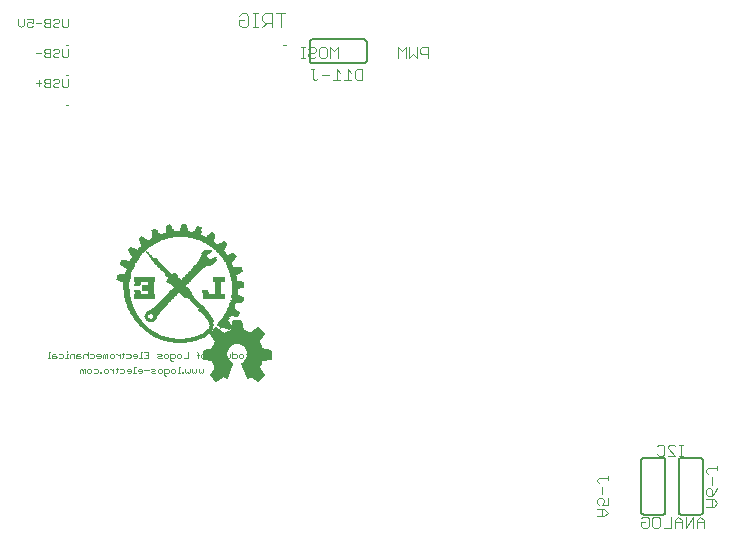
<source format=gbo>
G75*
G70*
%OFA0B0*%
%FSLAX24Y24*%
%IPPOS*%
%LPD*%
%AMOC8*
5,1,8,0,0,1.08239X$1,22.5*
%
%ADD10C,0.0020*%
%ADD11C,0.0030*%
%ADD12C,0.0060*%
%ADD13C,0.0040*%
%ADD14R,0.0483X0.0017*%
%ADD15R,0.0700X0.0017*%
%ADD16R,0.0867X0.0017*%
%ADD17R,0.1000X0.0017*%
%ADD18R,0.1117X0.0017*%
%ADD19R,0.1217X0.0017*%
%ADD20R,0.1300X0.0017*%
%ADD21R,0.0517X0.0017*%
%ADD22R,0.0550X0.0017*%
%ADD23R,0.0450X0.0017*%
%ADD24R,0.0400X0.0017*%
%ADD25R,0.0417X0.0017*%
%ADD26R,0.0367X0.0017*%
%ADD27R,0.0383X0.0017*%
%ADD28R,0.0333X0.0017*%
%ADD29R,0.0350X0.0017*%
%ADD30R,0.0317X0.0017*%
%ADD31R,0.0283X0.0017*%
%ADD32R,0.0300X0.0017*%
%ADD33R,0.0283X0.0017*%
%ADD34R,0.0283X0.0017*%
%ADD35R,0.0250X0.0017*%
%ADD36R,0.0233X0.0017*%
%ADD37R,0.0267X0.0017*%
%ADD38R,0.0217X0.0017*%
%ADD39R,0.0267X0.0017*%
%ADD40R,0.0200X0.0017*%
%ADD41R,0.0250X0.0017*%
%ADD42R,0.0183X0.0017*%
%ADD43R,0.0233X0.0017*%
%ADD44R,0.0183X0.0017*%
%ADD45R,0.0183X0.0017*%
%ADD46R,0.0167X0.0017*%
%ADD47R,0.0167X0.0017*%
%ADD48R,0.0217X0.0017*%
%ADD49R,0.0067X0.0017*%
%ADD50R,0.0150X0.0017*%
%ADD51R,0.0200X0.0017*%
%ADD52R,0.0133X0.0017*%
%ADD53R,0.0217X0.0017*%
%ADD54R,0.0017X0.0017*%
%ADD55R,0.0133X0.0017*%
%ADD56R,0.0217X0.0017*%
%ADD57R,0.0050X0.0017*%
%ADD58R,0.0300X0.0017*%
%ADD59R,0.0083X0.0017*%
%ADD60R,0.0133X0.0017*%
%ADD61R,0.0433X0.0017*%
%ADD62R,0.0133X0.0017*%
%ADD63R,0.0117X0.0017*%
%ADD64R,0.0467X0.0017*%
%ADD65R,0.0117X0.0017*%
%ADD66R,0.0483X0.0017*%
%ADD67R,0.0467X0.0017*%
%ADD68R,0.0383X0.0017*%
%ADD69R,0.0350X0.0017*%
%ADD70R,0.0150X0.0017*%
%ADD71R,0.0317X0.0017*%
%ADD72R,0.0283X0.0017*%
%ADD73R,0.0167X0.0017*%
%ADD74R,0.0267X0.0017*%
%ADD75R,0.0167X0.0017*%
%ADD76R,0.0100X0.0017*%
%ADD77R,0.0100X0.0017*%
%ADD78R,0.0233X0.0017*%
%ADD79R,0.0117X0.0017*%
%ADD80R,0.0500X0.0017*%
%ADD81R,0.0083X0.0017*%
%ADD82R,0.0500X0.0017*%
%ADD83R,0.0483X0.0017*%
%ADD84R,0.0233X0.0017*%
%ADD85R,0.0450X0.0017*%
%ADD86R,0.0433X0.0017*%
%ADD87R,0.0417X0.0017*%
%ADD88R,0.0183X0.0017*%
%ADD89R,0.0433X0.0017*%
%ADD90R,0.0333X0.0017*%
%ADD91R,0.0400X0.0017*%
%ADD92R,0.0367X0.0017*%
%ADD93R,0.0017X0.0017*%
%ADD94R,0.0333X0.0017*%
%ADD95R,0.0383X0.0017*%
%ADD96R,0.0433X0.0017*%
%ADD97R,0.0717X0.0017*%
%ADD98R,0.0700X0.0017*%
%ADD99R,0.0717X0.0017*%
%ADD100R,0.0317X0.0017*%
%ADD101R,0.0333X0.0017*%
%ADD102R,0.0733X0.0017*%
%ADD103R,0.0717X0.0017*%
%ADD104R,0.0683X0.0017*%
%ADD105R,0.0650X0.0017*%
%ADD106R,0.0617X0.0017*%
%ADD107R,0.0600X0.0017*%
%ADD108R,0.0567X0.0017*%
%ADD109R,0.0367X0.0017*%
%ADD110R,0.0533X0.0017*%
%ADD111R,0.0367X0.0017*%
%ADD112R,0.0417X0.0017*%
%ADD113R,0.0550X0.0017*%
%ADD114R,0.0583X0.0017*%
%ADD115R,0.0733X0.0017*%
%ADD116R,0.0383X0.0017*%
%ADD117R,0.0767X0.0017*%
%ADD118R,0.0783X0.0017*%
%ADD119R,0.0033X0.0017*%
%ADD120R,0.0067X0.0017*%
%ADD121R,0.0533X0.0017*%
%ADD122R,0.0567X0.0017*%
%ADD123R,0.0517X0.0017*%
%ADD124R,0.0567X0.0017*%
%ADD125R,0.0517X0.0017*%
%ADD126R,0.0317X0.0017*%
%ADD127R,0.0067X0.0017*%
%ADD128R,0.0033X0.0017*%
%ADD129R,0.0467X0.0017*%
%ADD130R,0.0583X0.0017*%
%ADD131R,0.0600X0.0017*%
%ADD132R,0.0633X0.0017*%
%ADD133R,0.0683X0.0017*%
%ADD134R,0.0650X0.0017*%
%ADD135R,0.0717X0.0017*%
%ADD136R,0.0533X0.0017*%
%ADD137R,0.0883X0.0017*%
%ADD138R,0.0750X0.0017*%
%ADD139R,0.0883X0.0017*%
%ADD140R,0.0033X0.0017*%
%ADD141R,0.1717X0.0017*%
%ADD142R,0.1683X0.0017*%
%ADD143R,0.1650X0.0017*%
%ADD144R,0.1633X0.0017*%
%ADD145R,0.1333X0.0017*%
%ADD146R,0.1283X0.0017*%
%ADD147R,0.1233X0.0017*%
%ADD148R,0.1183X0.0017*%
%ADD149R,0.0867X0.0017*%
%ADD150R,0.0767X0.0017*%
%ADD151R,0.0050X0.0017*%
%ADD152C,0.0000*%
D10*
X005402Y008096D02*
X005402Y008206D01*
X005439Y008242D01*
X005476Y008206D01*
X005476Y008096D01*
X005549Y008096D02*
X005549Y008242D01*
X005512Y008242D01*
X005476Y008206D01*
X005623Y008206D02*
X005660Y008242D01*
X005733Y008242D01*
X005770Y008206D01*
X005770Y008132D01*
X005733Y008096D01*
X005660Y008096D01*
X005623Y008132D01*
X005623Y008206D01*
X005844Y008242D02*
X005954Y008242D01*
X005991Y008206D01*
X005991Y008132D01*
X005954Y008096D01*
X005844Y008096D01*
X006065Y008096D02*
X006102Y008096D01*
X006102Y008132D01*
X006065Y008132D01*
X006065Y008096D01*
X006176Y008132D02*
X006176Y008206D01*
X006212Y008242D01*
X006286Y008242D01*
X006323Y008206D01*
X006323Y008132D01*
X006286Y008096D01*
X006212Y008096D01*
X006176Y008132D01*
X006397Y008242D02*
X006433Y008242D01*
X006507Y008169D01*
X006507Y008096D02*
X006507Y008242D01*
X006581Y008242D02*
X006654Y008242D01*
X006617Y008279D02*
X006617Y008132D01*
X006581Y008096D01*
X006728Y008096D02*
X006838Y008096D01*
X006875Y008132D01*
X006875Y008206D01*
X006838Y008242D01*
X006728Y008242D01*
X006949Y008206D02*
X006949Y008169D01*
X007096Y008169D01*
X007096Y008206D02*
X007059Y008242D01*
X006986Y008242D01*
X006949Y008206D01*
X006986Y008096D02*
X007059Y008096D01*
X007096Y008132D01*
X007096Y008206D01*
X007170Y008096D02*
X007243Y008096D01*
X007207Y008096D02*
X007207Y008316D01*
X007243Y008316D01*
X007317Y008206D02*
X007317Y008169D01*
X007464Y008169D01*
X007464Y008206D02*
X007428Y008242D01*
X007354Y008242D01*
X007317Y008206D01*
X007354Y008096D02*
X007428Y008096D01*
X007464Y008132D01*
X007464Y008206D01*
X007538Y008206D02*
X007685Y008206D01*
X007759Y008242D02*
X007870Y008242D01*
X007906Y008206D01*
X007870Y008169D01*
X007796Y008169D01*
X007759Y008132D01*
X007796Y008096D01*
X007906Y008096D01*
X007980Y008132D02*
X008017Y008096D01*
X008091Y008096D01*
X008127Y008132D01*
X008127Y008206D01*
X008091Y008242D01*
X008017Y008242D01*
X007980Y008206D01*
X007980Y008132D01*
X008201Y008096D02*
X008312Y008096D01*
X008348Y008132D01*
X008348Y008206D01*
X008312Y008242D01*
X008201Y008242D01*
X008201Y008059D01*
X008238Y008022D01*
X008275Y008022D01*
X008422Y008132D02*
X008422Y008206D01*
X008459Y008242D01*
X008533Y008242D01*
X008569Y008206D01*
X008569Y008132D01*
X008533Y008096D01*
X008459Y008096D01*
X008422Y008132D01*
X008643Y008096D02*
X008717Y008096D01*
X008680Y008096D02*
X008680Y008316D01*
X008717Y008316D01*
X008790Y008132D02*
X008790Y008096D01*
X008827Y008096D01*
X008827Y008132D01*
X008790Y008132D01*
X008901Y008132D02*
X008901Y008242D01*
X008901Y008132D02*
X008938Y008096D01*
X008975Y008132D01*
X009011Y008096D01*
X009048Y008132D01*
X009048Y008242D01*
X009122Y008242D02*
X009122Y008132D01*
X009159Y008096D01*
X009196Y008132D01*
X009232Y008096D01*
X009269Y008132D01*
X009269Y008242D01*
X009343Y008242D02*
X009343Y008132D01*
X009380Y008096D01*
X009417Y008132D01*
X009453Y008096D01*
X009490Y008132D01*
X009490Y008242D01*
X009472Y008596D02*
X009436Y008632D01*
X009436Y008706D01*
X009472Y008742D01*
X009546Y008742D01*
X009583Y008706D01*
X009583Y008632D01*
X009546Y008596D01*
X009472Y008596D01*
X009325Y008596D02*
X009325Y008779D01*
X009288Y008816D01*
X009288Y008706D02*
X009362Y008706D01*
X009878Y008742D02*
X009951Y008742D01*
X009914Y008779D02*
X009914Y008632D01*
X009878Y008596D01*
X010025Y008596D02*
X010135Y008596D01*
X010172Y008632D01*
X010172Y008706D01*
X010135Y008742D01*
X010025Y008742D01*
X010246Y008742D02*
X010246Y008596D01*
X010356Y008596D01*
X010393Y008632D01*
X010393Y008742D01*
X010467Y008742D02*
X010577Y008742D01*
X010614Y008706D01*
X010614Y008632D01*
X010577Y008596D01*
X010467Y008596D01*
X010467Y008816D01*
X010688Y008706D02*
X010725Y008742D01*
X010798Y008742D01*
X010835Y008706D01*
X010835Y008632D01*
X010798Y008596D01*
X010725Y008596D01*
X010688Y008632D01*
X010688Y008706D01*
X010909Y008742D02*
X010946Y008742D01*
X011019Y008669D01*
X011019Y008596D02*
X011019Y008742D01*
X011093Y008706D02*
X011130Y008669D01*
X011240Y008669D01*
X011240Y008596D02*
X011240Y008816D01*
X011130Y008816D01*
X011093Y008779D01*
X011093Y008706D01*
X008993Y008816D02*
X008993Y008596D01*
X008846Y008596D01*
X008772Y008632D02*
X008736Y008596D01*
X008662Y008596D01*
X008626Y008632D01*
X008626Y008706D01*
X008662Y008742D01*
X008736Y008742D01*
X008772Y008706D01*
X008772Y008632D01*
X008551Y008632D02*
X008515Y008596D01*
X008405Y008596D01*
X008405Y008559D02*
X008405Y008742D01*
X008515Y008742D01*
X008551Y008706D01*
X008551Y008632D01*
X008478Y008522D02*
X008441Y008522D01*
X008405Y008559D01*
X008330Y008632D02*
X008294Y008596D01*
X008220Y008596D01*
X008184Y008632D01*
X008184Y008706D01*
X008220Y008742D01*
X008294Y008742D01*
X008330Y008706D01*
X008330Y008632D01*
X008109Y008596D02*
X007999Y008596D01*
X007963Y008632D01*
X007999Y008669D01*
X008073Y008669D01*
X008109Y008706D01*
X008073Y008742D01*
X007963Y008742D01*
X007667Y008706D02*
X007594Y008706D01*
X007667Y008816D02*
X007667Y008596D01*
X007521Y008596D01*
X007446Y008596D02*
X007373Y008596D01*
X007410Y008596D02*
X007410Y008816D01*
X007446Y008816D01*
X007521Y008816D02*
X007667Y008816D01*
X007299Y008706D02*
X007262Y008742D01*
X007189Y008742D01*
X007152Y008706D01*
X007152Y008669D01*
X007299Y008669D01*
X007299Y008632D02*
X007299Y008706D01*
X007299Y008632D02*
X007262Y008596D01*
X007189Y008596D01*
X007078Y008632D02*
X007041Y008596D01*
X006931Y008596D01*
X006820Y008632D02*
X006784Y008596D01*
X006820Y008632D02*
X006820Y008779D01*
X006784Y008742D02*
X006857Y008742D01*
X006931Y008742D02*
X007041Y008742D01*
X007078Y008706D01*
X007078Y008632D01*
X006710Y008596D02*
X006710Y008742D01*
X006710Y008669D02*
X006636Y008742D01*
X006600Y008742D01*
X006526Y008706D02*
X006526Y008632D01*
X006489Y008596D01*
X006415Y008596D01*
X006379Y008632D01*
X006379Y008706D01*
X006415Y008742D01*
X006489Y008742D01*
X006526Y008706D01*
X006305Y008742D02*
X006268Y008742D01*
X006231Y008706D01*
X006195Y008742D01*
X006158Y008706D01*
X006158Y008596D01*
X006231Y008596D02*
X006231Y008706D01*
X006305Y008742D02*
X006305Y008596D01*
X006084Y008632D02*
X006084Y008706D01*
X006047Y008742D01*
X005974Y008742D01*
X005937Y008706D01*
X005937Y008669D01*
X006084Y008669D01*
X006084Y008632D02*
X006047Y008596D01*
X005974Y008596D01*
X005863Y008632D02*
X005826Y008596D01*
X005716Y008596D01*
X005642Y008596D02*
X005642Y008816D01*
X005605Y008742D02*
X005532Y008742D01*
X005495Y008706D01*
X005495Y008596D01*
X005421Y008632D02*
X005384Y008669D01*
X005274Y008669D01*
X005274Y008706D02*
X005274Y008596D01*
X005384Y008596D01*
X005421Y008632D01*
X005384Y008742D02*
X005311Y008742D01*
X005274Y008706D01*
X005200Y008742D02*
X005090Y008742D01*
X005053Y008706D01*
X005053Y008596D01*
X004979Y008596D02*
X004905Y008596D01*
X004942Y008596D02*
X004942Y008742D01*
X004979Y008742D01*
X004942Y008816D02*
X004942Y008852D01*
X004831Y008706D02*
X004831Y008632D01*
X004795Y008596D01*
X004685Y008596D01*
X004610Y008632D02*
X004574Y008669D01*
X004464Y008669D01*
X004464Y008706D02*
X004464Y008596D01*
X004574Y008596D01*
X004610Y008632D01*
X004574Y008742D02*
X004500Y008742D01*
X004464Y008706D01*
X004389Y008816D02*
X004353Y008816D01*
X004353Y008596D01*
X004389Y008596D02*
X004316Y008596D01*
X004685Y008742D02*
X004795Y008742D01*
X004831Y008706D01*
X005200Y008742D02*
X005200Y008596D01*
X005605Y008742D02*
X005642Y008706D01*
X005716Y008742D02*
X005826Y008742D01*
X005863Y008706D01*
X005863Y008632D01*
D11*
X004943Y017626D02*
X004846Y017626D01*
X004797Y017675D01*
X004797Y017916D01*
X004696Y017868D02*
X004696Y017820D01*
X004648Y017771D01*
X004551Y017771D01*
X004503Y017723D01*
X004503Y017675D01*
X004551Y017626D01*
X004648Y017626D01*
X004696Y017675D01*
X004696Y017868D02*
X004648Y017916D01*
X004551Y017916D01*
X004503Y017868D01*
X004402Y017916D02*
X004256Y017916D01*
X004208Y017868D01*
X004208Y017820D01*
X004256Y017771D01*
X004402Y017771D01*
X004402Y017626D02*
X004256Y017626D01*
X004208Y017675D01*
X004208Y017723D01*
X004256Y017771D01*
X004107Y017771D02*
X003913Y017771D01*
X004010Y017675D02*
X004010Y017868D01*
X004402Y017916D02*
X004402Y017626D01*
X004943Y017626D02*
X004991Y017675D01*
X004991Y017916D01*
X004943Y018626D02*
X004846Y018626D01*
X004797Y018675D01*
X004797Y018916D01*
X004696Y018868D02*
X004696Y018820D01*
X004648Y018771D01*
X004551Y018771D01*
X004503Y018723D01*
X004503Y018675D01*
X004551Y018626D01*
X004648Y018626D01*
X004696Y018675D01*
X004696Y018868D02*
X004648Y018916D01*
X004551Y018916D01*
X004503Y018868D01*
X004402Y018916D02*
X004256Y018916D01*
X004208Y018868D01*
X004208Y018820D01*
X004256Y018771D01*
X004402Y018771D01*
X004402Y018626D02*
X004256Y018626D01*
X004208Y018675D01*
X004208Y018723D01*
X004256Y018771D01*
X004107Y018771D02*
X003913Y018771D01*
X004402Y018626D02*
X004402Y018916D01*
X004991Y018916D02*
X004991Y018675D01*
X004943Y018626D01*
X004943Y019626D02*
X004846Y019626D01*
X004797Y019675D01*
X004797Y019916D01*
X004696Y019868D02*
X004696Y019820D01*
X004648Y019771D01*
X004551Y019771D01*
X004503Y019723D01*
X004503Y019675D01*
X004551Y019626D01*
X004648Y019626D01*
X004696Y019675D01*
X004696Y019868D02*
X004648Y019916D01*
X004551Y019916D01*
X004503Y019868D01*
X004402Y019916D02*
X004256Y019916D01*
X004208Y019868D01*
X004208Y019820D01*
X004256Y019771D01*
X004402Y019771D01*
X004402Y019626D02*
X004256Y019626D01*
X004208Y019675D01*
X004208Y019723D01*
X004256Y019771D01*
X004107Y019771D02*
X003913Y019771D01*
X003812Y019771D02*
X003716Y019820D01*
X003667Y019820D01*
X003619Y019771D01*
X003619Y019675D01*
X003667Y019626D01*
X003764Y019626D01*
X003812Y019675D01*
X003812Y019771D02*
X003812Y019916D01*
X003619Y019916D01*
X003518Y019916D02*
X003518Y019723D01*
X003421Y019626D01*
X003324Y019723D01*
X003324Y019916D01*
X004402Y019916D02*
X004402Y019626D01*
X004943Y019626D02*
X004991Y019675D01*
X004991Y019916D01*
X012757Y018971D02*
X012880Y018971D01*
X012818Y018971D02*
X012818Y018601D01*
X012757Y018601D02*
X012880Y018601D01*
X013001Y018662D02*
X013063Y018601D01*
X013187Y018601D01*
X013248Y018662D01*
X013370Y018662D02*
X013370Y018909D01*
X013432Y018971D01*
X013555Y018971D01*
X013617Y018909D01*
X013617Y018662D01*
X013555Y018601D01*
X013432Y018601D01*
X013370Y018662D01*
X013187Y018786D02*
X013063Y018786D01*
X013001Y018724D01*
X013001Y018662D01*
X013187Y018786D02*
X013248Y018847D01*
X013248Y018909D01*
X013187Y018971D01*
X013063Y018971D01*
X013001Y018909D01*
X013738Y018971D02*
X013738Y018601D01*
X013985Y018601D02*
X013985Y018971D01*
X013862Y018847D01*
X013738Y018971D01*
X016001Y018971D02*
X016001Y018601D01*
X016248Y018601D02*
X016248Y018971D01*
X016125Y018847D01*
X016001Y018971D01*
X016370Y018971D02*
X016370Y018601D01*
X016493Y018724D01*
X016617Y018601D01*
X016617Y018971D01*
X016738Y018909D02*
X016800Y018971D01*
X016985Y018971D01*
X016985Y018601D01*
X016985Y018724D02*
X016800Y018724D01*
X016738Y018786D01*
X016738Y018909D01*
X024686Y005721D02*
X024809Y005721D01*
X024871Y005659D01*
X024871Y005412D01*
X024809Y005351D01*
X024686Y005351D01*
X024624Y005412D01*
X024624Y005659D02*
X024686Y005721D01*
X024993Y005659D02*
X024993Y005597D01*
X025239Y005351D01*
X024993Y005351D01*
X024993Y005659D02*
X025054Y005721D01*
X025178Y005721D01*
X025239Y005659D01*
X025362Y005721D02*
X025485Y005721D01*
X025423Y005721D02*
X025423Y005351D01*
X025362Y005351D02*
X025485Y005351D01*
X026265Y004879D02*
X026327Y004941D01*
X026635Y004941D01*
X026635Y005002D02*
X026635Y004879D01*
X026450Y004634D02*
X026450Y004387D01*
X026388Y004266D02*
X026450Y004204D01*
X026450Y004019D01*
X026327Y004019D01*
X026265Y004081D01*
X026265Y004204D01*
X026327Y004266D01*
X026388Y004266D01*
X026574Y004142D02*
X026450Y004019D01*
X026450Y003897D02*
X026450Y003651D01*
X026512Y003651D02*
X026265Y003651D01*
X026265Y003897D02*
X026512Y003897D01*
X026635Y003774D01*
X026512Y003651D01*
X026574Y004142D02*
X026635Y004266D01*
X026327Y004756D02*
X026265Y004817D01*
X026265Y004879D01*
X026071Y003321D02*
X025948Y003197D01*
X025948Y002951D01*
X025827Y002951D02*
X025827Y003321D01*
X025580Y002951D01*
X025580Y003321D01*
X025458Y003197D02*
X025458Y002951D01*
X025458Y003136D02*
X025211Y003136D01*
X025211Y003197D02*
X025211Y002951D01*
X025090Y002951D02*
X024843Y002951D01*
X024722Y003012D02*
X024660Y002951D01*
X024536Y002951D01*
X024475Y003012D01*
X024475Y003259D01*
X024536Y003321D01*
X024660Y003321D01*
X024722Y003259D01*
X024722Y003012D01*
X025090Y002951D02*
X025090Y003321D01*
X025211Y003197D02*
X025335Y003321D01*
X025458Y003197D01*
X025948Y003136D02*
X026195Y003136D01*
X026195Y003197D02*
X026195Y002951D01*
X026195Y003197D02*
X026071Y003321D01*
X024353Y003259D02*
X024353Y003012D01*
X024292Y002951D01*
X024168Y002951D01*
X024106Y003012D01*
X024106Y003136D01*
X024230Y003136D01*
X024353Y003259D02*
X024292Y003321D01*
X024168Y003321D01*
X024106Y003259D01*
X022985Y003451D02*
X022862Y003574D01*
X022615Y003574D01*
X022677Y003696D02*
X022615Y003757D01*
X022615Y003881D01*
X022677Y003943D01*
X022800Y003943D01*
X022862Y003881D01*
X022862Y003819D01*
X022800Y003696D01*
X022985Y003696D01*
X022985Y003943D01*
X022800Y004064D02*
X022800Y004311D01*
X022677Y004432D02*
X022615Y004494D01*
X022615Y004556D01*
X022677Y004617D01*
X022985Y004617D01*
X022985Y004556D02*
X022985Y004679D01*
X022800Y003574D02*
X022800Y003327D01*
X022862Y003327D02*
X022985Y003451D01*
X022862Y003327D02*
X022615Y003327D01*
D12*
X009940Y007836D02*
X009750Y008026D01*
X009920Y008266D01*
X009932Y008297D02*
X010406Y008297D01*
X010377Y008239D02*
X009949Y008239D01*
X009950Y008236D02*
X009800Y008036D01*
X009950Y007886D01*
X010150Y008036D01*
X010250Y007986D01*
X010450Y008386D01*
X010250Y008586D01*
X010250Y008836D01*
X010400Y009086D01*
X010650Y009136D01*
X010950Y009036D01*
X010900Y009036D01*
X011050Y008786D01*
X010950Y008486D01*
X010850Y008386D01*
X011000Y007986D01*
X011100Y008036D01*
X011300Y007886D01*
X011450Y008036D01*
X011300Y008286D01*
X011400Y008536D01*
X011700Y008636D01*
X011700Y008586D01*
X011700Y008836D01*
X011400Y008886D01*
X011300Y009186D01*
X011500Y009386D01*
X011350Y009536D01*
X011050Y009386D01*
X010750Y009536D01*
X010800Y009536D01*
X010750Y009786D01*
X010500Y009786D01*
X010500Y009486D01*
X010200Y009386D01*
X009950Y009536D01*
X009800Y009436D01*
X009950Y009136D01*
X009850Y008886D01*
X009550Y008836D01*
X009550Y008586D01*
X009850Y008586D01*
X009950Y008236D01*
X009908Y008180D02*
X010347Y008180D01*
X010318Y008122D02*
X009865Y008122D01*
X009821Y008063D02*
X010289Y008063D01*
X010260Y008005D02*
X010212Y008005D01*
X010180Y008006D02*
X010280Y007946D01*
X010470Y008396D01*
X010421Y008414D02*
X009899Y008414D01*
X009916Y008356D02*
X010435Y008356D01*
X010363Y008473D02*
X009882Y008473D01*
X009866Y008531D02*
X010304Y008531D01*
X010250Y008590D02*
X009550Y008590D01*
X009520Y008586D02*
X009820Y008536D01*
X009550Y008648D02*
X010250Y008648D01*
X010250Y008707D02*
X009550Y008707D01*
X009550Y008765D02*
X010250Y008765D01*
X010250Y008824D02*
X009550Y008824D01*
X009520Y008846D02*
X009520Y008586D01*
X009520Y008846D02*
X009820Y008906D01*
X009829Y008882D02*
X010278Y008882D01*
X010313Y008941D02*
X009872Y008941D01*
X009895Y008999D02*
X010348Y008999D01*
X010383Y009058D02*
X009919Y009058D01*
X009942Y009116D02*
X010553Y009116D01*
X010708Y009116D02*
X011323Y009116D01*
X011340Y009156D02*
X011520Y009416D01*
X011330Y009596D01*
X011070Y009416D01*
X011096Y009409D02*
X011477Y009409D01*
X011465Y009350D02*
X009843Y009350D01*
X009872Y009292D02*
X011406Y009292D01*
X011348Y009233D02*
X009901Y009233D01*
X009930Y009175D02*
X011304Y009175D01*
X011343Y009058D02*
X010884Y009058D01*
X010922Y008999D02*
X011362Y008999D01*
X011382Y008941D02*
X010957Y008941D01*
X010992Y008882D02*
X011421Y008882D01*
X011450Y008906D02*
X011750Y008846D01*
X011750Y008586D01*
X011450Y008536D01*
X011398Y008531D02*
X010965Y008531D01*
X010985Y008590D02*
X011562Y008590D01*
X011700Y008648D02*
X011004Y008648D01*
X011024Y008707D02*
X011700Y008707D01*
X011700Y008765D02*
X011043Y008765D01*
X011027Y008824D02*
X011700Y008824D01*
X011375Y008473D02*
X010937Y008473D01*
X010879Y008414D02*
X011351Y008414D01*
X011328Y008356D02*
X010861Y008356D01*
X010883Y008297D02*
X011305Y008297D01*
X011350Y008266D02*
X011510Y008026D01*
X011330Y007836D01*
X011090Y008006D01*
X010990Y007946D01*
X010790Y008396D01*
X010905Y008239D02*
X011328Y008239D01*
X011363Y008180D02*
X010927Y008180D01*
X010949Y008122D02*
X011398Y008122D01*
X011433Y008063D02*
X010971Y008063D01*
X010993Y008005D02*
X011038Y008005D01*
X011141Y008005D02*
X011419Y008005D01*
X011361Y007946D02*
X011219Y007946D01*
X011297Y007888D02*
X011302Y007888D01*
X009920Y008266D02*
X009897Y008307D01*
X009876Y008350D01*
X009858Y008395D01*
X009843Y008440D01*
X009830Y008486D01*
X009820Y008533D01*
X009831Y008005D02*
X010109Y008005D01*
X010180Y008006D02*
X009940Y007836D01*
X009948Y007888D02*
X009953Y007888D01*
X009889Y007946D02*
X010031Y007946D01*
X009821Y008906D02*
X009836Y008958D01*
X009855Y009009D01*
X009877Y009059D01*
X009902Y009107D01*
X009931Y009154D01*
X009930Y009156D02*
X009750Y009416D01*
X009940Y009596D01*
X010200Y009416D01*
X010162Y009409D02*
X009813Y009409D01*
X009847Y009467D02*
X010064Y009467D01*
X009967Y009526D02*
X009935Y009526D01*
X010269Y009409D02*
X011004Y009409D01*
X010887Y009467D02*
X010445Y009467D01*
X010450Y009516D02*
X010500Y009836D01*
X010770Y009836D01*
X010820Y009516D01*
X010770Y009526D02*
X010500Y009526D01*
X010500Y009584D02*
X010790Y009584D01*
X010779Y009643D02*
X010500Y009643D01*
X010500Y009701D02*
X010767Y009701D01*
X010755Y009760D02*
X010500Y009760D01*
X011213Y009467D02*
X011418Y009467D01*
X011360Y009526D02*
X011330Y009526D01*
X010790Y008406D02*
X010823Y008424D01*
X010853Y008445D01*
X010882Y008469D01*
X010908Y008496D01*
X010930Y008525D01*
X010950Y008557D01*
X010967Y008590D01*
X010980Y008625D01*
X010989Y008661D01*
X010995Y008698D01*
X010997Y008735D01*
X010995Y008772D01*
X010990Y008809D01*
X010980Y008845D01*
X010968Y008880D01*
X010951Y008914D01*
X010932Y008945D01*
X010909Y008975D01*
X010883Y009002D01*
X010855Y009026D01*
X010824Y009047D01*
X010792Y009065D01*
X010758Y009080D01*
X010722Y009091D01*
X010686Y009099D01*
X010649Y009103D01*
X010611Y009103D01*
X010574Y009099D01*
X010538Y009091D01*
X010502Y009080D01*
X010468Y009065D01*
X010436Y009047D01*
X010405Y009026D01*
X010377Y009002D01*
X010351Y008975D01*
X010328Y008945D01*
X010309Y008914D01*
X010292Y008880D01*
X010280Y008845D01*
X010270Y008809D01*
X010265Y008772D01*
X010263Y008735D01*
X010265Y008698D01*
X010271Y008661D01*
X010280Y008625D01*
X010293Y008590D01*
X010310Y008557D01*
X010330Y008525D01*
X010352Y008496D01*
X010378Y008469D01*
X010407Y008445D01*
X010437Y008424D01*
X010470Y008406D01*
X011346Y008268D02*
X011374Y008318D01*
X011398Y008370D01*
X011419Y008423D01*
X011436Y008478D01*
X011449Y008534D01*
X011067Y009419D02*
X011022Y009444D01*
X010975Y009467D01*
X010927Y009486D01*
X010878Y009503D01*
X010828Y009516D01*
X011339Y009151D02*
X011366Y009104D01*
X011390Y009057D01*
X011411Y009008D01*
X011429Y008957D01*
X011443Y008906D01*
X010445Y009518D02*
X010393Y009504D01*
X010342Y009487D01*
X010292Y009467D01*
X010243Y009444D01*
X010196Y009417D01*
X013150Y018436D02*
X014850Y018436D01*
X014867Y018438D01*
X014884Y018442D01*
X014900Y018449D01*
X014914Y018459D01*
X014927Y018472D01*
X014937Y018486D01*
X014944Y018502D01*
X014948Y018519D01*
X014950Y018536D01*
X014950Y019136D01*
X014948Y019153D01*
X014944Y019170D01*
X014937Y019186D01*
X014927Y019200D01*
X014914Y019213D01*
X014900Y019223D01*
X014884Y019230D01*
X014867Y019234D01*
X014850Y019236D01*
X013150Y019236D01*
X013133Y019234D01*
X013116Y019230D01*
X013100Y019223D01*
X013086Y019213D01*
X013073Y019200D01*
X013063Y019186D01*
X013056Y019170D01*
X013052Y019153D01*
X013050Y019136D01*
X013050Y018536D01*
X013052Y018519D01*
X013056Y018502D01*
X013063Y018486D01*
X013073Y018472D01*
X013086Y018459D01*
X013100Y018449D01*
X013116Y018442D01*
X013133Y018438D01*
X013150Y018436D01*
X024200Y005286D02*
X024800Y005286D01*
X024817Y005284D01*
X024834Y005280D01*
X024850Y005273D01*
X024864Y005263D01*
X024877Y005250D01*
X024887Y005236D01*
X024894Y005220D01*
X024898Y005203D01*
X024900Y005186D01*
X024900Y003486D01*
X024898Y003469D01*
X024894Y003452D01*
X024887Y003436D01*
X024877Y003422D01*
X024864Y003409D01*
X024850Y003399D01*
X024834Y003392D01*
X024817Y003388D01*
X024800Y003386D01*
X024200Y003386D01*
X024183Y003388D01*
X024166Y003392D01*
X024150Y003399D01*
X024136Y003409D01*
X024123Y003422D01*
X024113Y003436D01*
X024106Y003452D01*
X024102Y003469D01*
X024100Y003486D01*
X024100Y005186D01*
X024102Y005203D01*
X024106Y005220D01*
X024113Y005236D01*
X024123Y005250D01*
X024136Y005263D01*
X024150Y005273D01*
X024166Y005280D01*
X024183Y005284D01*
X024200Y005286D01*
X025350Y005186D02*
X025350Y003486D01*
X025352Y003469D01*
X025356Y003452D01*
X025363Y003436D01*
X025373Y003422D01*
X025386Y003409D01*
X025400Y003399D01*
X025416Y003392D01*
X025433Y003388D01*
X025450Y003386D01*
X026050Y003386D01*
X026067Y003388D01*
X026084Y003392D01*
X026100Y003399D01*
X026114Y003409D01*
X026127Y003422D01*
X026137Y003436D01*
X026144Y003452D01*
X026148Y003469D01*
X026150Y003486D01*
X026150Y005186D01*
X026148Y005203D01*
X026144Y005220D01*
X026137Y005236D01*
X026127Y005250D01*
X026114Y005263D01*
X026100Y005273D01*
X026084Y005280D01*
X026067Y005284D01*
X026050Y005286D01*
X025450Y005286D01*
X025433Y005284D01*
X025416Y005280D01*
X025400Y005273D01*
X025386Y005263D01*
X025373Y005250D01*
X025363Y005236D01*
X025356Y005220D01*
X025352Y005203D01*
X025350Y005186D01*
D13*
X014802Y017876D02*
X014621Y017876D01*
X014561Y017936D01*
X014561Y018176D01*
X014621Y018236D01*
X014802Y018236D01*
X014802Y017876D01*
X014433Y017876D02*
X014193Y017876D01*
X014313Y017876D02*
X014313Y018236D01*
X014433Y018116D01*
X014065Y018116D02*
X013945Y018236D01*
X013945Y017876D01*
X014065Y017876D02*
X013825Y017876D01*
X013697Y018056D02*
X013456Y018056D01*
X013328Y017936D02*
X013268Y017876D01*
X013208Y017876D01*
X013148Y017936D01*
X013148Y018236D01*
X013208Y018236D02*
X013088Y018236D01*
X012082Y019631D02*
X012082Y020092D01*
X011929Y020092D02*
X012236Y020092D01*
X011776Y020092D02*
X011776Y019631D01*
X011776Y019785D02*
X011545Y019785D01*
X011469Y019861D01*
X011469Y020015D01*
X011545Y020092D01*
X011776Y020092D01*
X011622Y019785D02*
X011469Y019631D01*
X011315Y019631D02*
X011162Y019631D01*
X011238Y019631D02*
X011238Y020092D01*
X011162Y020092D02*
X011315Y020092D01*
X011008Y020015D02*
X011008Y019708D01*
X010931Y019631D01*
X010778Y019631D01*
X010701Y019708D01*
X010701Y019861D01*
X010855Y019861D01*
X011008Y020015D02*
X010931Y020092D01*
X010778Y020092D01*
X010701Y020015D01*
D14*
X009617Y012519D03*
X007983Y012552D03*
X007283Y012119D03*
X010483Y010102D03*
X010467Y010069D03*
X010467Y010052D03*
X008733Y009119D03*
D15*
X008725Y009136D03*
X007575Y010586D03*
X007575Y010636D03*
X007575Y010686D03*
X007575Y011136D03*
X007575Y011186D03*
X007575Y011236D03*
X007575Y011286D03*
D16*
X008725Y009152D03*
D17*
X008725Y009169D03*
D18*
X008717Y009186D03*
D19*
X008717Y009202D03*
D20*
X008725Y009219D03*
D21*
X009150Y009236D03*
X008700Y011036D03*
X010350Y011986D03*
D22*
X009567Y011736D03*
X007667Y012436D03*
X008300Y009236D03*
D23*
X008217Y009252D03*
X007833Y010119D03*
X008700Y011002D03*
X008517Y011202D03*
X006850Y011302D03*
X006833Y011219D03*
X009233Y009252D03*
X010233Y009669D03*
X010250Y009652D03*
X010483Y010119D03*
X010633Y010519D03*
X010583Y011502D03*
X010583Y011519D03*
X010567Y011552D03*
X010567Y011569D03*
X010550Y011602D03*
X009633Y012502D03*
D24*
X010358Y011902D03*
X010575Y011469D03*
X010658Y010969D03*
X010475Y010152D03*
X010192Y009752D03*
X009292Y009269D03*
X008425Y011352D03*
X008425Y011369D03*
X007275Y012069D03*
X007008Y011669D03*
X006892Y011369D03*
X009408Y011652D03*
D25*
X010350Y011919D03*
X008150Y009269D03*
X006850Y011202D03*
D26*
X007992Y010236D03*
X009342Y009286D03*
X010558Y011436D03*
D27*
X010350Y011886D03*
X008100Y009286D03*
D28*
X008008Y009319D03*
X007758Y009869D03*
X008158Y010402D03*
X008208Y010452D03*
X008258Y010502D03*
X008308Y010552D03*
X008358Y010602D03*
X008408Y010652D03*
X008458Y010702D03*
X008942Y011202D03*
X008958Y011219D03*
X008992Y011252D03*
X009008Y011269D03*
X009042Y011302D03*
X009058Y011319D03*
X009092Y011352D03*
X009108Y011369D03*
X009142Y011402D03*
X009158Y011419D03*
X009192Y011452D03*
X009208Y011469D03*
X009242Y011502D03*
X009258Y011519D03*
X009292Y011552D03*
X009308Y011569D03*
X010042Y012202D03*
X009742Y012419D03*
X009392Y009302D03*
D29*
X010467Y010169D03*
X009333Y011602D03*
X008517Y011252D03*
X008500Y011269D03*
X008517Y010769D03*
X008500Y010752D03*
X008133Y010369D03*
X008117Y010352D03*
X008083Y010319D03*
X008067Y010302D03*
X008033Y010269D03*
X008017Y010252D03*
X008050Y009302D03*
X006883Y011169D03*
X010033Y012219D03*
X010350Y011869D03*
D30*
X009817Y012369D03*
X008483Y011302D03*
X008933Y010719D03*
X008983Y010669D03*
X009033Y010619D03*
X009433Y009319D03*
X007533Y012269D03*
X007583Y012302D03*
D31*
X009467Y009336D03*
D32*
X007975Y009336D03*
X006958Y011386D03*
X007508Y012236D03*
X007558Y012286D03*
X009642Y012136D03*
X010342Y011836D03*
D33*
X010600Y010919D03*
X010450Y010219D03*
X009500Y009352D03*
X007900Y009369D03*
X007500Y012519D03*
D34*
X007467Y012202D03*
X007933Y012719D03*
X007033Y011602D03*
X009533Y011919D03*
X010583Y011152D03*
X010583Y010669D03*
X007933Y009352D03*
D35*
X007817Y009419D03*
X009533Y009369D03*
X009567Y010102D03*
X009467Y010202D03*
X009433Y010269D03*
X009400Y010302D03*
X009383Y010319D03*
X010200Y009852D03*
X010217Y009869D03*
X010250Y009919D03*
X010283Y009969D03*
X010317Y009602D03*
X010333Y011802D03*
X010150Y012052D03*
X010117Y012102D03*
X010100Y012119D03*
X010067Y012152D03*
X009667Y012169D03*
X009567Y012069D03*
X009533Y011952D03*
X010167Y012402D03*
X009767Y012669D03*
X009317Y012819D03*
X008850Y012869D03*
X008850Y012902D03*
X008383Y012869D03*
X008383Y012852D03*
X007917Y012752D03*
X007150Y012219D03*
X007267Y011969D03*
X007233Y011919D03*
X007217Y011902D03*
X007200Y011869D03*
X007183Y011852D03*
D36*
X007042Y011536D03*
X007008Y011436D03*
X007742Y011086D03*
X007742Y011036D03*
X007742Y010836D03*
X007742Y010786D03*
X007742Y010736D03*
X008342Y011386D03*
X008308Y011436D03*
X008258Y011486D03*
X009108Y010586D03*
X009158Y010536D03*
X009458Y010236D03*
X010008Y010736D03*
X010008Y010786D03*
X010008Y010836D03*
X010008Y010886D03*
X010008Y010936D03*
X010008Y010986D03*
X010008Y011036D03*
X010008Y011086D03*
X010342Y011786D03*
X010458Y012036D03*
X010292Y009986D03*
X010258Y009936D03*
X009558Y009386D03*
X007708Y009486D03*
D37*
X007875Y009386D03*
X009475Y010186D03*
X009525Y010136D03*
X010525Y011386D03*
X007925Y012736D03*
X007275Y011986D03*
X006925Y011136D03*
D38*
X006933Y011119D03*
X006933Y011102D03*
X006933Y011069D03*
X006933Y011052D03*
X006933Y011019D03*
X006933Y011002D03*
X006933Y010969D03*
X006933Y010952D03*
X006933Y010919D03*
X006933Y010902D03*
X007017Y011469D03*
X007033Y011519D03*
X007467Y012569D03*
X008367Y012919D03*
X009333Y012869D03*
X009783Y012702D03*
X009533Y012019D03*
X009533Y012002D03*
X009533Y011969D03*
X010367Y011719D03*
X009167Y010519D03*
X009183Y010502D03*
X009217Y010469D03*
X009233Y010452D03*
X009267Y010419D03*
X009283Y010402D03*
X009317Y010369D03*
X009333Y010352D03*
X009633Y010019D03*
X009667Y009969D03*
X010433Y010252D03*
X010433Y010269D03*
X009617Y009419D03*
X009583Y009402D03*
X007767Y009819D03*
X007667Y009519D03*
X008317Y011419D03*
D39*
X007258Y011952D03*
X008392Y012819D03*
X008842Y012852D03*
X009308Y012802D03*
X009758Y012652D03*
X010058Y012169D03*
X009658Y012152D03*
X009608Y012102D03*
X010342Y011819D03*
X009492Y010169D03*
X009508Y010152D03*
X009542Y010119D03*
X007892Y010069D03*
X007842Y009402D03*
D40*
X007525Y009636D03*
X007475Y009686D03*
X007325Y010736D03*
X006958Y010686D03*
X006942Y010786D03*
X006942Y010836D03*
X007942Y011786D03*
X007992Y011736D03*
X008042Y011686D03*
X008092Y011636D03*
X008142Y011586D03*
X008192Y011536D03*
X009542Y012036D03*
X010358Y011736D03*
X010408Y011636D03*
X010475Y010386D03*
X010458Y010336D03*
X010442Y010286D03*
X009692Y009936D03*
X009658Y009986D03*
X009625Y009436D03*
D41*
X010233Y009886D03*
X010433Y010236D03*
X010517Y010436D03*
X010567Y010686D03*
X009417Y010286D03*
X007783Y009436D03*
X007183Y011836D03*
X007217Y011886D03*
X008850Y012886D03*
X009533Y011936D03*
X010083Y012136D03*
X010167Y012036D03*
D42*
X008850Y013002D03*
X010550Y010869D03*
X010550Y010852D03*
X010550Y010819D03*
X010550Y010802D03*
X010550Y010769D03*
X010550Y010752D03*
X010550Y010719D03*
X009700Y009919D03*
X009700Y009502D03*
X009650Y009452D03*
X007450Y009719D03*
X007400Y009769D03*
X007250Y009969D03*
X007050Y010352D03*
X007000Y010502D03*
X007000Y010519D03*
X006950Y010752D03*
D43*
X007008Y011452D03*
X007042Y011552D03*
X007042Y011569D03*
X007742Y011119D03*
X007742Y011102D03*
X007742Y011069D03*
X007742Y011052D03*
X007742Y011019D03*
X007742Y010819D03*
X007742Y010802D03*
X007742Y010769D03*
X007742Y010752D03*
X008292Y011452D03*
X009092Y010602D03*
X009142Y010552D03*
X009442Y010252D03*
X009458Y010219D03*
X009592Y010069D03*
X009608Y010052D03*
X010242Y009902D03*
X010008Y010752D03*
X010008Y010769D03*
X010008Y010802D03*
X010008Y010819D03*
X010008Y010852D03*
X010008Y010869D03*
X010008Y010902D03*
X010008Y010919D03*
X010008Y010952D03*
X010008Y010969D03*
X010008Y011002D03*
X010008Y011019D03*
X010008Y011052D03*
X010008Y011069D03*
X010008Y011102D03*
X010008Y011119D03*
X010142Y012069D03*
X007908Y012769D03*
X007692Y009502D03*
X007742Y009469D03*
X007758Y009452D03*
D44*
X007467Y009702D03*
X007417Y009752D03*
X007367Y009802D03*
X007333Y009852D03*
X007317Y009869D03*
X007283Y009919D03*
X007217Y010019D03*
X007183Y010069D03*
X007167Y010102D03*
X007133Y010169D03*
X007117Y010202D03*
X007083Y010269D03*
X007067Y010319D03*
X007033Y010402D03*
X007017Y010452D03*
X007017Y010469D03*
X006983Y010552D03*
X006983Y010569D03*
X006983Y010602D03*
X006967Y010619D03*
X006967Y010652D03*
X006967Y010669D03*
X007317Y010752D03*
X007317Y010769D03*
X007317Y010802D03*
X007317Y011052D03*
X007317Y011069D03*
X007317Y011102D03*
X007917Y011819D03*
X008317Y011402D03*
X009583Y010769D03*
X009583Y010752D03*
X009717Y009902D03*
X009667Y009469D03*
X010483Y010419D03*
X010533Y011169D03*
X010533Y011202D03*
X010533Y011219D03*
X010517Y011252D03*
X010517Y011269D03*
X010517Y011302D03*
X007917Y010052D03*
D45*
X007433Y009736D03*
X007383Y009786D03*
X007267Y009936D03*
X006983Y010586D03*
X006967Y010636D03*
X007317Y010786D03*
X007317Y011086D03*
X007133Y012236D03*
X007883Y012836D03*
X010517Y011286D03*
X010533Y011236D03*
X010533Y011186D03*
X009583Y010736D03*
X009717Y009886D03*
X009683Y009486D03*
X010333Y009586D03*
D46*
X009758Y009802D03*
X009742Y009852D03*
X009708Y009519D03*
X007358Y009819D03*
X007292Y009902D03*
X007258Y009952D03*
X007192Y010052D03*
X007158Y010119D03*
X007142Y010152D03*
X007108Y010219D03*
X007092Y010252D03*
X007042Y010369D03*
X007308Y010819D03*
X007308Y010852D03*
X007308Y011019D03*
X007908Y011852D03*
X007892Y011869D03*
X007858Y011902D03*
X008358Y012969D03*
X008858Y013019D03*
X009342Y012919D03*
X009842Y011869D03*
X010692Y011619D03*
D47*
X009575Y010836D03*
X009575Y010786D03*
X009725Y009536D03*
X007175Y010086D03*
X007125Y010186D03*
X007075Y010286D03*
X007025Y010436D03*
X006875Y011836D03*
X007875Y011886D03*
D48*
X007900Y012786D03*
X008850Y012936D03*
X009200Y010486D03*
X009250Y010436D03*
X009300Y010386D03*
X009350Y010336D03*
X007650Y009536D03*
D49*
X010375Y009552D03*
X007675Y012069D03*
D50*
X007117Y012252D03*
X008350Y013002D03*
X008850Y013052D03*
X009350Y012952D03*
X009567Y010852D03*
X009750Y009819D03*
X009767Y009769D03*
X009750Y009569D03*
X009733Y009552D03*
X007917Y010019D03*
X007883Y009919D03*
X007867Y009902D03*
X007767Y009802D03*
D51*
X007625Y009552D03*
X007558Y009602D03*
X007542Y009619D03*
X007508Y009652D03*
X007492Y009669D03*
X006958Y010702D03*
X006958Y010719D03*
X006942Y010769D03*
X006942Y010802D03*
X006942Y010819D03*
X006942Y010852D03*
X006942Y010869D03*
X007325Y011119D03*
X008025Y011702D03*
X008008Y011719D03*
X007975Y011752D03*
X007958Y011769D03*
X007925Y011802D03*
X008058Y011669D03*
X008075Y011652D03*
X008108Y011619D03*
X008125Y011602D03*
X008158Y011569D03*
X008175Y011552D03*
X008208Y011519D03*
X008225Y011502D03*
X007892Y012819D03*
X008358Y012952D03*
X008858Y012969D03*
X009342Y012902D03*
X009792Y012719D03*
X010175Y012419D03*
X010342Y011769D03*
X010375Y011702D03*
X010392Y011669D03*
X010392Y011652D03*
X010408Y011619D03*
X010508Y011352D03*
X010508Y011319D03*
X010542Y010702D03*
X010475Y010402D03*
X010475Y010369D03*
X010458Y010352D03*
X010458Y010319D03*
X010442Y010302D03*
X009675Y009952D03*
D52*
X009758Y009602D03*
X010358Y009569D03*
X007908Y009969D03*
X007908Y010002D03*
X007658Y010069D03*
X007642Y010052D03*
X007642Y009902D03*
X007458Y012602D03*
X008358Y013019D03*
D53*
X007900Y012802D03*
X008850Y012919D03*
X008850Y012952D03*
X009550Y012052D03*
X010350Y011752D03*
X009650Y010002D03*
X007600Y009569D03*
X007000Y011402D03*
X007000Y011419D03*
D54*
X008400Y013036D03*
X010100Y009586D03*
D55*
X009758Y009586D03*
X007908Y009986D03*
X007892Y009936D03*
X008542Y011386D03*
D56*
X009533Y011986D03*
X010383Y011686D03*
X009333Y012886D03*
X008367Y012936D03*
X006933Y011086D03*
X006933Y011036D03*
X006933Y010986D03*
X006933Y010936D03*
X006933Y010886D03*
X007583Y009586D03*
X009617Y010036D03*
D57*
X010100Y009602D03*
X008933Y010602D03*
X009917Y011952D03*
X007633Y012119D03*
D58*
X007525Y012252D03*
X007492Y012219D03*
X007275Y012002D03*
X007158Y012202D03*
X009542Y011902D03*
X009625Y012119D03*
X010142Y012369D03*
X010542Y011402D03*
X010458Y010202D03*
X010192Y009819D03*
X010308Y009619D03*
X007758Y009852D03*
D59*
X010100Y009619D03*
X007100Y012269D03*
D60*
X009875Y011902D03*
X009775Y009752D03*
X009775Y009719D03*
X009775Y009652D03*
X009775Y009619D03*
D61*
X010192Y009736D03*
X010258Y009636D03*
X010642Y010536D03*
X010642Y010586D03*
X008708Y010986D03*
X007642Y012386D03*
D62*
X009775Y009736D03*
X009775Y009636D03*
D63*
X009783Y009669D03*
X009783Y009702D03*
X007817Y011919D03*
D64*
X006858Y011336D03*
X006842Y011286D03*
X006842Y011236D03*
X008742Y010936D03*
X010208Y009686D03*
D65*
X009783Y009686D03*
X007633Y010036D03*
D66*
X008700Y011019D03*
X010350Y011952D03*
X007650Y012402D03*
X010200Y009702D03*
D67*
X010192Y009719D03*
X006992Y011702D03*
X006858Y011352D03*
X006858Y011319D03*
X006842Y011269D03*
X006842Y011252D03*
D68*
X007950Y010202D03*
X008450Y011319D03*
X008800Y012819D03*
X010200Y009769D03*
D69*
X010200Y009786D03*
X010617Y010636D03*
X009317Y011586D03*
X009717Y012436D03*
X007617Y012336D03*
X007017Y011636D03*
X008150Y010386D03*
X008100Y010336D03*
X008050Y010286D03*
X007767Y009886D03*
D70*
X009767Y009786D03*
X010600Y009986D03*
X009867Y011886D03*
X010183Y012436D03*
X009800Y012736D03*
X008850Y013036D03*
D71*
X007600Y012319D03*
X006900Y011152D03*
X008950Y010702D03*
X009000Y010652D03*
X010200Y009802D03*
X010600Y010652D03*
X010550Y011419D03*
X010350Y011852D03*
D72*
X010050Y012186D03*
X008850Y012836D03*
X010200Y009836D03*
D73*
X009742Y009836D03*
X007908Y010036D03*
X007342Y009836D03*
X007308Y009886D03*
X007242Y009986D03*
X007208Y010036D03*
X007058Y010336D03*
X007042Y010386D03*
X007008Y010486D03*
X007308Y010836D03*
X007308Y011036D03*
X007908Y011836D03*
X007458Y012586D03*
X008358Y012986D03*
X009342Y012936D03*
X009692Y012186D03*
D74*
X009592Y012086D03*
X010158Y012386D03*
X009742Y012636D03*
X009308Y012786D03*
X008392Y012836D03*
X007492Y012536D03*
X007242Y011936D03*
X007042Y011586D03*
X007758Y009836D03*
D75*
X007225Y010002D03*
X007075Y010302D03*
X007025Y010419D03*
X009575Y010802D03*
X009575Y010819D03*
X009725Y009869D03*
X010475Y012052D03*
X007875Y012852D03*
D76*
X007892Y012869D03*
X007742Y012002D03*
X007775Y011969D03*
X007792Y011952D03*
X008542Y011402D03*
X009892Y011919D03*
X010508Y012069D03*
X010192Y012452D03*
X007625Y010019D03*
X007625Y009969D03*
X007625Y009952D03*
X007625Y009919D03*
D77*
X007625Y009936D03*
X007608Y009986D03*
X007808Y011936D03*
X007758Y011986D03*
D78*
X007475Y012552D03*
X008375Y012902D03*
X009325Y012852D03*
X008275Y011469D03*
X009125Y010569D03*
X010275Y009952D03*
X010575Y010902D03*
X010525Y011369D03*
X007025Y011502D03*
D79*
X007900Y009952D03*
X009800Y012752D03*
D80*
X010008Y012302D03*
X010358Y011969D03*
X009475Y011669D03*
X008742Y010919D03*
X010442Y010019D03*
X010442Y010002D03*
X008025Y012569D03*
X007025Y011802D03*
X007008Y011769D03*
X007008Y011752D03*
X006992Y011719D03*
D81*
X007733Y012019D03*
X009333Y012969D03*
X007617Y010002D03*
D82*
X006992Y011736D03*
X010458Y010036D03*
D83*
X010483Y010086D03*
X010017Y012286D03*
D84*
X010125Y012086D03*
X009775Y012686D03*
X009325Y012836D03*
X008375Y012886D03*
X007025Y011486D03*
X009575Y010086D03*
D85*
X008517Y011186D03*
X007850Y010136D03*
X007817Y010086D03*
X007000Y011686D03*
X007950Y012536D03*
X010350Y011936D03*
X010550Y011586D03*
X010567Y011536D03*
X010583Y011486D03*
D86*
X010675Y011002D03*
X010625Y010502D03*
X010625Y010469D03*
X008725Y010969D03*
X007875Y010152D03*
X007825Y010102D03*
X010025Y012269D03*
D87*
X010667Y011086D03*
X010667Y011036D03*
X010483Y010136D03*
D88*
X010550Y010736D03*
X010550Y010786D03*
X010550Y010836D03*
X010550Y010886D03*
X010500Y011336D03*
X008850Y012986D03*
X006950Y010736D03*
X007000Y010536D03*
X007100Y010236D03*
X007150Y010136D03*
D89*
X007892Y010169D03*
X008742Y010952D03*
X010642Y010602D03*
X010642Y010569D03*
X010642Y010552D03*
X007908Y012519D03*
D90*
X008492Y011286D03*
X008492Y010736D03*
X008442Y010686D03*
X008392Y010636D03*
X008342Y010586D03*
X008292Y010536D03*
X008242Y010486D03*
X008192Y010436D03*
X010458Y010186D03*
D91*
X008442Y011336D03*
X007925Y010186D03*
X009642Y012486D03*
D92*
X007675Y011002D03*
X007675Y010969D03*
X007675Y010952D03*
X007675Y010919D03*
X007675Y010902D03*
X007675Y010869D03*
X007675Y010852D03*
X007975Y010219D03*
X008925Y010752D03*
D93*
X009483Y010336D03*
X009783Y012786D03*
D94*
X009775Y012402D03*
X008475Y010719D03*
X008425Y010669D03*
X008375Y010619D03*
X008325Y010569D03*
X008275Y010519D03*
X008225Y010469D03*
X008175Y010419D03*
X007025Y011619D03*
X007275Y012019D03*
D95*
X007267Y012052D03*
X007617Y012352D03*
X007017Y011652D03*
X008917Y010769D03*
X010017Y011152D03*
X010017Y011169D03*
X010017Y011202D03*
X010017Y011219D03*
X010017Y011252D03*
X010017Y011269D03*
X010567Y011452D03*
X010633Y010619D03*
X010583Y010452D03*
D96*
X010625Y010486D03*
X010675Y010986D03*
X007275Y012086D03*
D97*
X009850Y010719D03*
X009850Y010702D03*
X009850Y010669D03*
X009850Y010652D03*
X009850Y010619D03*
X009850Y010602D03*
X009850Y010569D03*
D98*
X007575Y010569D03*
X007575Y010602D03*
X007575Y010619D03*
X007575Y010652D03*
X007575Y010669D03*
X007575Y010702D03*
X007575Y010719D03*
X007575Y011152D03*
X007575Y011169D03*
X007575Y011202D03*
X007575Y011219D03*
X007575Y011252D03*
X007575Y011269D03*
X008158Y012619D03*
D99*
X009850Y010686D03*
X009850Y010636D03*
X009850Y010586D03*
D100*
X009017Y010636D03*
X008967Y010686D03*
X010617Y010936D03*
D101*
X010625Y011136D03*
X009275Y011536D03*
X009225Y011486D03*
X009175Y011436D03*
X009125Y011386D03*
X009075Y011336D03*
X009025Y011286D03*
X008975Y011236D03*
X008925Y011186D03*
X008925Y010736D03*
D102*
X008725Y010786D03*
D103*
X008733Y010802D03*
X007733Y012502D03*
D104*
X008683Y011102D03*
X008733Y010819D03*
D105*
X008733Y010836D03*
X008683Y011086D03*
D106*
X008733Y010852D03*
D107*
X008742Y010869D03*
D108*
X008742Y010886D03*
X009608Y011786D03*
X009642Y011836D03*
X009992Y012336D03*
D109*
X009375Y011636D03*
X007675Y010986D03*
X007675Y010936D03*
X007675Y010886D03*
X007275Y012036D03*
D110*
X008742Y010902D03*
X010008Y012319D03*
D111*
X009692Y012452D03*
X009658Y012469D03*
X009558Y011869D03*
X009358Y011619D03*
X010642Y010952D03*
D112*
X010667Y011019D03*
X010667Y011052D03*
X010667Y011069D03*
X010667Y011102D03*
X010667Y011119D03*
X010033Y012252D03*
X008517Y011219D03*
X007633Y012369D03*
D113*
X007283Y012152D03*
X008700Y011052D03*
X009533Y011702D03*
X009550Y011719D03*
X009583Y011752D03*
X009617Y011802D03*
X009650Y011852D03*
D114*
X008700Y011069D03*
D115*
X008675Y011119D03*
D116*
X008517Y011236D03*
X010017Y011236D03*
X010017Y011286D03*
X010017Y011186D03*
X010017Y011136D03*
X010033Y012236D03*
X006867Y011186D03*
D117*
X008675Y011136D03*
D118*
X008683Y011152D03*
X008683Y011169D03*
X009483Y012602D03*
D119*
X008292Y011302D03*
D120*
X008542Y011419D03*
X007692Y012052D03*
X007642Y012102D03*
X007458Y012619D03*
X009792Y012769D03*
X010192Y012469D03*
D121*
X009592Y012536D03*
X009508Y011686D03*
D122*
X009592Y011769D03*
D123*
X007283Y012136D03*
X007017Y011786D03*
D124*
X009625Y011819D03*
D125*
X010317Y012019D03*
X010333Y012002D03*
X007667Y012419D03*
X007033Y011819D03*
D126*
X009550Y011886D03*
X009800Y012386D03*
D127*
X009908Y011936D03*
X007708Y012036D03*
X007658Y012086D03*
D128*
X007625Y012136D03*
X010525Y012086D03*
D129*
X007275Y012102D03*
D130*
X007283Y012169D03*
X007683Y012452D03*
X008117Y012602D03*
X009567Y012552D03*
X009983Y012352D03*
D131*
X007292Y012186D03*
D132*
X007692Y012469D03*
D133*
X007717Y012486D03*
D134*
X009550Y012569D03*
D135*
X009517Y012586D03*
D136*
X008075Y012586D03*
D137*
X009433Y012619D03*
D138*
X009183Y012636D03*
D139*
X008250Y012636D03*
D140*
X007458Y012636D03*
D141*
X008667Y012652D03*
D142*
X008650Y012669D03*
D143*
X008633Y012686D03*
D144*
X008625Y012702D03*
D145*
X008775Y012719D03*
D146*
X008800Y012736D03*
D147*
X008825Y012752D03*
D148*
X008850Y012769D03*
D149*
X008692Y012786D03*
D150*
X008642Y012802D03*
D151*
X007900Y012886D03*
D152*
X005000Y017036D02*
X005000Y017046D01*
X004995Y017046D01*
X004993Y017044D01*
X004993Y017041D01*
X004995Y017039D01*
X005000Y017039D01*
X004991Y017046D02*
X004984Y017046D01*
X004982Y017046D02*
X004977Y017046D01*
X004975Y017044D01*
X004975Y017041D01*
X004977Y017039D01*
X004982Y017039D01*
X004982Y017036D02*
X004982Y017046D01*
X004987Y017046D02*
X004987Y017036D01*
X004978Y017039D02*
X004975Y017036D01*
X004972Y017036D02*
X004966Y017036D01*
X004969Y017036D02*
X004969Y017046D01*
X004972Y017042D01*
X004963Y017046D02*
X004956Y017046D01*
X004954Y017046D02*
X004949Y017046D01*
X004947Y017044D01*
X004947Y017041D01*
X004949Y017039D01*
X004954Y017039D01*
X004954Y017036D02*
X004954Y017046D01*
X004960Y017046D02*
X004960Y017036D01*
X004945Y017036D02*
X004938Y017036D01*
X004936Y017037D02*
X004934Y017036D01*
X004931Y017036D01*
X004929Y017037D01*
X004929Y017039D01*
X004931Y017041D01*
X004932Y017041D01*
X004931Y017041D02*
X004929Y017042D01*
X004929Y017044D01*
X004931Y017046D01*
X004934Y017046D01*
X004936Y017044D01*
X004941Y017046D02*
X004941Y017036D01*
X004945Y017042D02*
X004941Y017046D01*
X004926Y017044D02*
X004926Y017042D01*
X004925Y017041D01*
X004921Y017041D01*
X004920Y017039D01*
X004920Y017037D01*
X004921Y017036D01*
X004925Y017036D01*
X004926Y017037D01*
X004926Y017044D02*
X004925Y017046D01*
X004921Y017046D01*
X004920Y017044D01*
X004917Y017044D02*
X004915Y017046D01*
X004912Y017046D01*
X004910Y017044D01*
X004910Y017037D01*
X004912Y017036D01*
X004915Y017036D01*
X004917Y017037D01*
X004917Y017044D01*
X004914Y017039D02*
X004910Y017036D01*
X004910Y018036D02*
X004914Y018039D01*
X004915Y018036D02*
X004917Y018037D01*
X004917Y018044D01*
X004915Y018046D01*
X004912Y018046D01*
X004910Y018044D01*
X004910Y018037D01*
X004912Y018036D01*
X004915Y018036D01*
X004920Y018037D02*
X004921Y018036D01*
X004925Y018036D01*
X004926Y018037D01*
X004929Y018037D02*
X004931Y018036D01*
X004934Y018036D01*
X004936Y018037D01*
X004938Y018036D02*
X004945Y018036D01*
X004941Y018036D02*
X004941Y018046D01*
X004945Y018042D01*
X004947Y018041D02*
X004949Y018039D01*
X004954Y018039D01*
X004954Y018036D02*
X004954Y018046D01*
X004949Y018046D01*
X004947Y018044D01*
X004947Y018041D01*
X004956Y018046D02*
X004963Y018046D01*
X004960Y018046D02*
X004960Y018036D01*
X004966Y018036D02*
X004972Y018036D01*
X004975Y018036D02*
X004978Y018039D01*
X004977Y018039D02*
X004982Y018039D01*
X004982Y018036D02*
X004982Y018046D01*
X004977Y018046D01*
X004975Y018044D01*
X004975Y018041D01*
X004977Y018039D01*
X004972Y018042D02*
X004969Y018046D01*
X004969Y018036D01*
X004984Y018046D02*
X004991Y018046D01*
X004993Y018044D02*
X004993Y018041D01*
X004995Y018039D01*
X005000Y018039D01*
X005000Y018036D02*
X005000Y018046D01*
X004995Y018046D01*
X004993Y018044D01*
X004987Y018046D02*
X004987Y018036D01*
X004936Y018044D02*
X004934Y018046D01*
X004931Y018046D01*
X004929Y018044D01*
X004929Y018042D01*
X004931Y018041D01*
X004929Y018039D01*
X004929Y018037D01*
X004931Y018041D02*
X004932Y018041D01*
X004926Y018042D02*
X004925Y018041D01*
X004921Y018041D01*
X004920Y018039D01*
X004920Y018037D01*
X004920Y018044D02*
X004921Y018046D01*
X004925Y018046D01*
X004926Y018044D01*
X004926Y018042D01*
X004925Y019036D02*
X004926Y019037D01*
X004925Y019036D02*
X004921Y019036D01*
X004920Y019037D01*
X004920Y019039D01*
X004921Y019041D01*
X004925Y019041D01*
X004926Y019042D01*
X004926Y019044D01*
X004925Y019046D01*
X004921Y019046D01*
X004920Y019044D01*
X004917Y019044D02*
X004915Y019046D01*
X004912Y019046D01*
X004910Y019044D01*
X004910Y019037D01*
X004912Y019036D01*
X004915Y019036D01*
X004917Y019037D01*
X004917Y019044D01*
X004914Y019039D02*
X004910Y019036D01*
X004929Y019037D02*
X004931Y019036D01*
X004934Y019036D01*
X004936Y019037D01*
X004938Y019036D02*
X004945Y019036D01*
X004941Y019036D02*
X004941Y019046D01*
X004945Y019042D01*
X004947Y019041D02*
X004949Y019039D01*
X004954Y019039D01*
X004954Y019036D02*
X004954Y019046D01*
X004949Y019046D01*
X004947Y019044D01*
X004947Y019041D01*
X004956Y019046D02*
X004963Y019046D01*
X004960Y019046D02*
X004960Y019036D01*
X004966Y019036D02*
X004972Y019036D01*
X004975Y019036D02*
X004978Y019039D01*
X004977Y019039D02*
X004982Y019039D01*
X004982Y019036D02*
X004982Y019046D01*
X004977Y019046D01*
X004975Y019044D01*
X004975Y019041D01*
X004977Y019039D01*
X004972Y019042D02*
X004969Y019046D01*
X004969Y019036D01*
X004984Y019046D02*
X004991Y019046D01*
X004993Y019044D02*
X004993Y019041D01*
X004995Y019039D01*
X005000Y019039D01*
X005000Y019036D02*
X005000Y019046D01*
X004995Y019046D01*
X004993Y019044D01*
X004987Y019046D02*
X004987Y019036D01*
X004936Y019044D02*
X004934Y019046D01*
X004931Y019046D01*
X004929Y019044D01*
X004929Y019042D01*
X004931Y019041D01*
X004929Y019039D01*
X004929Y019037D01*
X004931Y019041D02*
X004932Y019041D01*
X012160Y019037D02*
X012162Y019036D01*
X012165Y019036D01*
X012167Y019037D01*
X012167Y019044D01*
X012165Y019046D01*
X012162Y019046D01*
X012160Y019044D01*
X012160Y019037D01*
X012160Y019036D02*
X012164Y019039D01*
X012170Y019039D02*
X012170Y019037D01*
X012171Y019036D01*
X012175Y019036D01*
X012176Y019037D01*
X012179Y019037D02*
X012181Y019036D01*
X012184Y019036D01*
X012186Y019037D01*
X012188Y019036D02*
X012195Y019036D01*
X012191Y019036D02*
X012191Y019046D01*
X012195Y019042D01*
X012197Y019041D02*
X012199Y019039D01*
X012204Y019039D01*
X012204Y019036D02*
X012204Y019046D01*
X012199Y019046D01*
X012197Y019044D01*
X012197Y019041D01*
X012206Y019046D02*
X012213Y019046D01*
X012210Y019046D02*
X012210Y019036D01*
X012216Y019036D02*
X012222Y019036D01*
X012225Y019036D02*
X012228Y019039D01*
X012227Y019039D02*
X012232Y019039D01*
X012232Y019036D02*
X012232Y019046D01*
X012227Y019046D01*
X012225Y019044D01*
X012225Y019041D01*
X012227Y019039D01*
X012222Y019042D02*
X012219Y019046D01*
X012219Y019036D01*
X012234Y019046D02*
X012241Y019046D01*
X012243Y019044D02*
X012243Y019041D01*
X012245Y019039D01*
X012250Y019039D01*
X012250Y019036D02*
X012250Y019046D01*
X012245Y019046D01*
X012243Y019044D01*
X012237Y019046D02*
X012237Y019036D01*
X012186Y019044D02*
X012184Y019046D01*
X012181Y019046D01*
X012179Y019044D01*
X012179Y019042D01*
X012181Y019041D01*
X012179Y019039D01*
X012179Y019037D01*
X012181Y019041D02*
X012182Y019041D01*
X012176Y019042D02*
X012175Y019041D01*
X012171Y019041D01*
X012170Y019039D01*
X012170Y019044D02*
X012171Y019046D01*
X012175Y019046D01*
X012176Y019044D01*
X012176Y019042D01*
M02*

</source>
